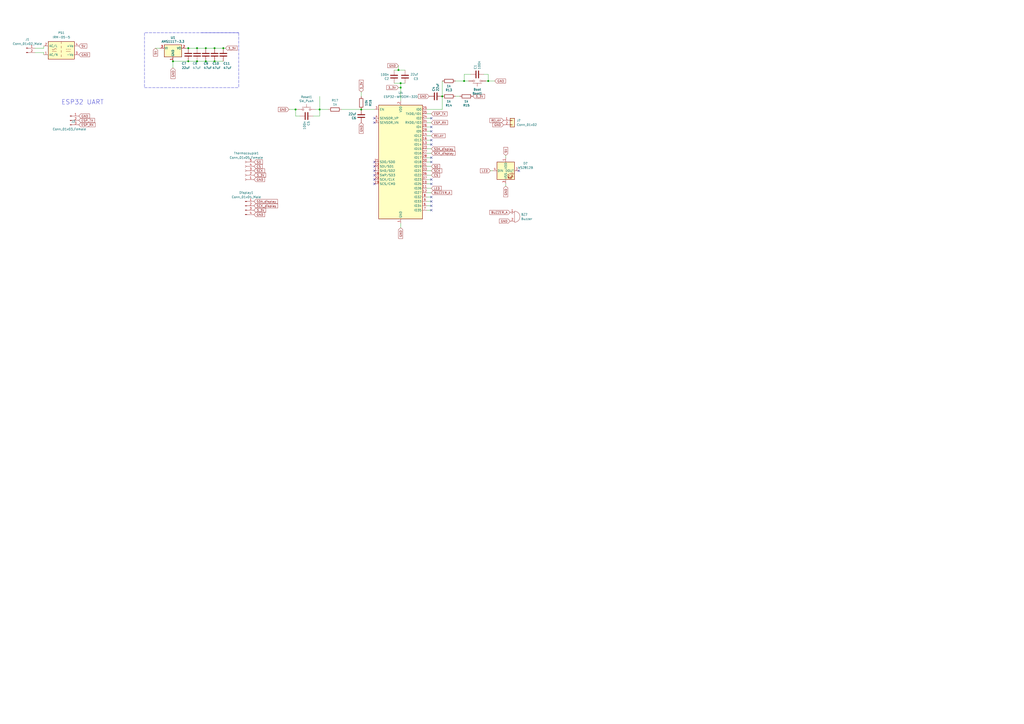
<source format=kicad_sch>
(kicad_sch (version 20211123) (generator eeschema)
  (paper "A2")
  (title_block (title "Plant Controller") (date "2020-12-21") (rev "0.4a") (company "C3MA"))
  (lib_symbols
    (symbol "Connector:Conn_01x02_Male" (pin_names (offset 1.016) hide)
      (property "Reference" "J" (at 0 2.54 0))
      (property "Value" "Conn_01x02_Male" (at 0 -5.08 0))
      (symbol "Conn_01x02_Male_1_1"
        (polyline (pts (xy 1.27 -2.54) (xy 0.8636 -2.54)) (stroke (width 0.1524)))
        (polyline (pts (xy 1.27 0) (xy 0.8636 0)) (stroke (width 0.1524)))
        (rectangle (start 0.8636 -2.413) (end 0 -2.667) (stroke (width 0.1524)) (fill (type outline)))
        (rectangle (start 0.8636 0.127) (end 0 -0.127) (stroke (width 0.1524)) (fill (type outline)))
        (pin passive line (at 5.08 0 180) (length 3.81) (name "Pin_1") (number "1"))
        (pin passive line (at 5.08 -2.54 180) (length 3.81) (name "Pin_2") (number "2"))
      )
    )
    (symbol "Connector:Conn_01x03_Male" (pin_names (offset 1.016) hide)
      (property "Reference" "J" (at 0 5.08 0))
      (property "Value" "Conn_01x03_Male" (at 0 -5.08 0))
      (symbol "Conn_01x03_Male_1_1"
        (polyline (pts (xy 1.27 -2.54) (xy 0.8636 -2.54)) (stroke (width 0.1524)))
        (polyline (pts (xy 1.27 0) (xy 0.8636 0)) (stroke (width 0.1524)))
        (polyline (pts (xy 1.27 2.54) (xy 0.8636 2.54)) (stroke (width 0.1524)))
        (rectangle (start 0.8636 -2.413) (end 0 -2.667) (stroke (width 0.1524)) (fill (type outline)))
        (rectangle (start 0.8636 0.127) (end 0 -0.127) (stroke (width 0.1524)) (fill (type outline)))
        (rectangle (start 0.8636 2.667) (end 0 2.413) (stroke (width 0.1524)) (fill (type outline)))
        (pin passive line (at 5.08 2.54 180) (length 3.81) (name "Pin_1") (number "1"))
        (pin passive line (at 5.08 0 180) (length 3.81) (name "Pin_2") (number "2"))
        (pin passive line (at 5.08 -2.54 180) (length 3.81) (name "Pin_3") (number "3"))
      )
    )
    (symbol "Connector:Conn_01x04_Male" (pin_names (offset 1.016) hide)
      (property "Reference" "J" (at 0 5.08 0))
      (property "Value" "Conn_01x04_Male" (at 0 -7.62 0))
      (symbol "Conn_01x04_Male_1_1"
        (polyline (pts (xy 1.27 -5.08) (xy 0.8636 -5.08)) (stroke (width 0.1524)))
        (polyline (pts (xy 1.27 -2.54) (xy 0.8636 -2.54)) (stroke (width 0.1524)))
        (polyline (pts (xy 1.27 0) (xy 0.8636 0)) (stroke (width 0.1524)))
        (polyline (pts (xy 1.27 2.54) (xy 0.8636 2.54)) (stroke (width 0.1524)))
        (rectangle (start 0.8636 -4.953) (end 0 -5.207) (stroke (width 0.1524)) (fill (type outline)))
        (rectangle (start 0.8636 -2.413) (end 0 -2.667) (stroke (width 0.1524)) (fill (type outline)))
        (rectangle (start 0.8636 0.127) (end 0 -0.127) (stroke (width 0.1524)) (fill (type outline)))
        (rectangle (start 0.8636 2.667) (end 0 2.413) (stroke (width 0.1524)) (fill (type outline)))
        (pin passive line (at 5.08 2.54 180) (length 3.81) (name "Pin_1") (number "1"))
        (pin passive line (at 5.08 0 180) (length 3.81) (name "Pin_2") (number "2"))
        (pin passive line (at 5.08 -2.54 180) (length 3.81) (name "Pin_3") (number "3"))
        (pin passive line (at 5.08 -5.08 180) (length 3.81) (name "Pin_4") (number "4"))
      )
    )
    (symbol "Connector:Conn_01x05_Female" (pin_names (offset 1.016) hide)
      (property "Reference" "J" (at 0 7.62 0))
      (property "Value" "Conn_01x05_Female" (at 0 -7.62 0))
      (symbol "Conn_01x05_Female_1_1"
        (arc (start 0 -4.572) (mid -0.508 -5.08) (end 0 -5.588) (stroke (width 0.1524)))
        (arc (start 0 -2.032) (mid -0.508 -2.54) (end 0 -3.048) (stroke (width 0.1524)))
        (polyline (pts (xy -1.27 -5.08) (xy -0.508 -5.08)) (stroke (width 0.1524)))
        (polyline (pts (xy -1.27 -2.54) (xy -0.508 -2.54)) (stroke (width 0.1524)))
        (polyline (pts (xy -1.27 0) (xy -0.508 0)) (stroke (width 0.1524)))
        (polyline (pts (xy -1.27 2.54) (xy -0.508 2.54)) (stroke (width 0.1524)))
        (polyline (pts (xy -1.27 5.08) (xy -0.508 5.08)) (stroke (width 0.1524)))
        (arc (start 0 0.508) (mid -0.508 0) (end 0 -0.508) (stroke (width 0.1524)))
        (arc (start 0 3.048) (mid -0.508 2.54) (end 0 2.032) (stroke (width 0.1524)))
        (arc (start 0 5.588) (mid -0.508 5.08) (end 0 4.572) (stroke (width 0.1524)))
        (pin passive line (at -5.08 5.08 0) (length 3.81) (name "Pin_1") (number "1"))
        (pin passive line (at -5.08 2.54 0) (length 3.81) (name "Pin_2") (number "2"))
        (pin passive line (at -5.08 0 0) (length 3.81) (name "Pin_3") (number "3"))
        (pin passive line (at -5.08 -2.54 0) (length 3.81) (name "Pin_4") (number "4"))
        (pin passive line (at -5.08 -5.08 0) (length 3.81) (name "Pin_5") (number "5"))
      )
    )
    (symbol "Connector_Generic:Conn_01x02" (pin_names (offset 1.016) hide)
      (property "Reference" "J" (at 0 2.54 0))
      (property "Value" "Conn_01x02" (at 0 -5.08 0))
      (symbol "Conn_01x02_1_1"
        (rectangle (start -1.27 -2.413) (end 0 -2.667) (stroke (width 0.1524)))
        (rectangle (start -1.27 0.127) (end 0 -0.127) (stroke (width 0.1524)))
        (rectangle (start -1.27 1.27) (end 1.27 -3.81) (stroke (width 0.254)) (fill (type background)))
        (pin passive line (at -5.08 0 0) (length 3.81) (name "Pin_1") (number "1"))
        (pin passive line (at -5.08 -2.54 0) (length 3.81) (name "Pin_2") (number "2"))
      )
    )
    (symbol "Converter_ACDC:IRM-05-5"
      (property "Reference" "PS" (at 0 6.35 0))
      (property "Value" "IRM-05-5" (at 0 -6.35 0))
      (symbol "IRM-05-5_0_1"
        (rectangle (start -7.62 5.08) (end 7.62 -5.08) (stroke (width 0.254)) (fill (type background)))
        (arc (start -5.334 0.635) (mid -4.699 0.2495) (end -4.064 0.635))
        (arc (start -2.794 0.635) (mid -3.429 1.0072) (end -4.064 0.635))
        (polyline (pts (xy -5.334 -0.635) (xy -2.794 -0.635)))
        (polyline (pts (xy 0 -2.54) (xy 0 -3.81)))
        (polyline (pts (xy 0 0) (xy 0 -1.27)))
        (polyline (pts (xy 0 2.54) (xy 0 1.27)))
        (polyline (pts (xy 0 5.08) (xy 0 3.81)))
        (polyline (pts (xy 2.794 -0.635) (xy 5.334 -0.635)))
        (polyline (pts (xy 2.794 0.635) (xy 3.302 0.635)))
        (polyline (pts (xy 3.81 0.635) (xy 4.318 0.635)))
        (polyline (pts (xy 4.826 0.635) (xy 5.334 0.635)))
      )
      (symbol "IRM-05-5_1_1"
        (pin power_in line (at -10.16 -2.54 0) (length 2.54) (name "AC/N") (number "1"))
        (pin power_in line (at -10.16 2.54 0) (length 2.54) (name "AC/L") (number "2"))
        (pin power_out line (at 10.16 -2.54 180) (length 2.54) (name "-Vo") (number "3"))
        (pin power_out line (at 10.16 2.54 180) (length 2.54) (name "+Vo") (number "4"))
      )
    )
    (symbol "Device:Buzzer" (pin_names (offset 0.0254) hide)
      (property "Reference" "BZ" (at 3.81 1.27 0))
      (property "Value" "Buzzer" (at 3.81 -1.27 0))
      (symbol "Buzzer_0_1"
        (arc (start 0 -3.175) (mid 3.175 0) (end 0 3.175))
        (polyline (pts (xy -1.651 1.905) (xy -1.143 1.905)))
        (polyline (pts (xy -1.397 2.159) (xy -1.397 1.651)))
        (polyline (pts (xy 0 3.175) (xy 0 -3.175)))
      )
      (symbol "Buzzer_1_1"
        (pin passive line (at -2.54 2.54 0) (length 2.54) (name "-") (number "1"))
        (pin passive line (at -2.54 -2.54 0) (length 2.54) (name "+") (number "2"))
      )
    )
    (symbol "Device:C" (pin_numbers hide) (pin_names (offset 0.254))
      (property "Reference" "C" (at 0.635 2.54 0))
      (property "Value" "C" (at 0.635 -2.54 0))
      (symbol "C_0_1"
        (polyline (pts (xy -2.032 -0.762) (xy 2.032 -0.762)) (stroke (width 0.508)))
        (polyline (pts (xy -2.032 0.762) (xy 2.032 0.762)) (stroke (width 0.508)))
      )
      (symbol "C_1_1"
        (pin passive line (at 0 3.81 270) (length 2.794) (name "~") (number "1"))
        (pin passive line (at 0 -3.81 90) (length 2.794) (name "~") (number "2"))
      )
    )
    (symbol "Device:R" (pin_numbers hide) (pin_names (offset 0))
      (property "Reference" "R" (at 2.032 0 90))
      (property "Value" "R" (at 0 0 90))
      (symbol "R_0_1"
        (rectangle (start -1.016 -2.54) (end 1.016 2.54) (stroke (width 0.254)))
      )
      (symbol "R_1_1"
        (pin passive line (at 0 3.81 270) (length 1.27) (name "~") (number "1"))
        (pin passive line (at 0 -3.81 90) (length 1.27) (name "~") (number "2"))
      )
    )
    (symbol "LED:WS2812B" (pin_names (offset 0.254))
      (property "Reference" "D" (at 5.08 5.715 0))
      (property "Value" "WS2812B" (at 1.27 -5.715 0))
      (symbol "WS2812B_0_0"
        (text "RGB" (at 2.286 -4.191 0) (effects (font (size 0.762 0.762))))
      )
      (symbol "WS2812B_0_1"
        (polyline (pts (xy 1.27 -3.556) (xy 1.778 -3.556)))
        (polyline (pts (xy 1.27 -2.54) (xy 1.778 -2.54)))
        (polyline (pts (xy 4.699 -3.556) (xy 2.667 -3.556)))
        (polyline (pts (xy 2.286 -2.54) (xy 1.27 -3.556) (xy 1.27 -3.048)))
        (polyline (pts (xy 2.286 -1.524) (xy 1.27 -2.54) (xy 1.27 -2.032)))
        (polyline (pts (xy 3.683 -1.016) (xy 3.683 -3.556) (xy 3.683 -4.064)))
        (polyline (pts (xy 4.699 -1.524) (xy 2.667 -1.524) (xy 3.683 -3.556) (xy 4.699 -1.524)))
        (rectangle (start 5.08 5.08) (end -5.08 -5.08) (stroke (width 0.254)) (fill (type background)))
      )
      (symbol "WS2812B_1_1"
        (pin power_in line (at 0 7.62 270) (length 2.54) (name "VDD") (number "1"))
        (pin output line (at 7.62 0 180) (length 2.54) (name "DOUT") (number "2"))
        (pin power_in line (at 0 -7.62 90) (length 2.54) (name "VSS") (number "3"))
        (pin input line (at -7.62 0 0) (length 2.54) (name "DIN") (number "4"))
      )
    )
    (symbol "RF_Module:ESP32-WROOM-32D"
      (property "Reference" "U" (at -12.7 34.29 0))
      (property "Value" "ESP32-WROOM-32D" (at 1.27 34.29 0))
      (symbol "ESP32-WROOM-32D_0_1"
        (rectangle (start -12.7 33.02) (end 12.7 -33.02) (stroke (width 0.254)) (fill (type background)))
      )
      (symbol "ESP32-WROOM-32D_1_1"
        (pin power_in line (at 0 -35.56 90) (length 2.54) (name "GND") (number "1"))
        (pin bidirectional line (at 15.24 -12.7 180) (length 2.54) (name "IO25") (number "10"))
        (pin bidirectional line (at 15.24 -15.24 180) (length 2.54) (name "IO26") (number "11"))
        (pin bidirectional line (at 15.24 -17.78 180) (length 2.54) (name "IO27") (number "12"))
        (pin bidirectional line (at 15.24 10.16 180) (length 2.54) (name "IO14") (number "13"))
        (pin bidirectional line (at 15.24 15.24 180) (length 2.54) (name "IO12") (number "14"))
        (pin passive line (at 0 -35.56 90) (length 2.54) hide (name "GND") (number "15"))
        (pin bidirectional line (at 15.24 12.7 180) (length 2.54) (name "IO13") (number "16"))
        (pin bidirectional line (at -15.24 -5.08 0) (length 2.54) (name "SHD/SD2") (number "17"))
        (pin bidirectional line (at -15.24 -7.62 0) (length 2.54) (name "SWP/SD3") (number "18"))
        (pin bidirectional line (at -15.24 -12.7 0) (length 2.54) (name "SCS/CMD") (number "19"))
        (pin power_in line (at 0 35.56 270) (length 2.54) (name "VDD") (number "2"))
        (pin bidirectional line (at -15.24 -10.16 0) (length 2.54) (name "SCK/CLK") (number "20"))
        (pin bidirectional line (at -15.24 0 0) (length 2.54) (name "SDO/SD0") (number "21"))
        (pin bidirectional line (at -15.24 -2.54 0) (length 2.54) (name "SDI/SD1") (number "22"))
        (pin bidirectional line (at 15.24 7.62 180) (length 2.54) (name "IO15") (number "23"))
        (pin bidirectional line (at 15.24 25.4 180) (length 2.54) (name "IO2") (number "24"))
        (pin bidirectional line (at 15.24 30.48 180) (length 2.54) (name "IO0") (number "25"))
        (pin bidirectional line (at 15.24 20.32 180) (length 2.54) (name "IO4") (number "26"))
        (pin bidirectional line (at 15.24 5.08 180) (length 2.54) (name "IO16") (number "27"))
        (pin bidirectional line (at 15.24 2.54 180) (length 2.54) (name "IO17") (number "28"))
        (pin bidirectional line (at 15.24 17.78 180) (length 2.54) (name "IO5") (number "29"))
        (pin input line (at -15.24 30.48 0) (length 2.54) (name "EN") (number "3"))
        (pin bidirectional line (at 15.24 0 180) (length 2.54) (name "IO18") (number "30"))
        (pin bidirectional line (at 15.24 -2.54 180) (length 2.54) (name "IO19") (number "31"))
        (pin no_connect line (at -12.7 -27.94 0) (length 2.54) hide (name "NC") (number "32"))
        (pin bidirectional line (at 15.24 -5.08 180) (length 2.54) (name "IO21") (number "33"))
        (pin bidirectional line (at 15.24 22.86 180) (length 2.54) (name "RXD0/IO3") (number "34"))
        (pin bidirectional line (at 15.24 27.94 180) (length 2.54) (name "TXD0/IO1") (number "35"))
        (pin bidirectional line (at 15.24 -7.62 180) (length 2.54) (name "IO22") (number "36"))
        (pin bidirectional line (at 15.24 -10.16 180) (length 2.54) (name "IO23") (number "37"))
        (pin passive line (at 0 -35.56 90) (length 2.54) hide (name "GND") (number "38"))
        (pin passive line (at 0 -35.56 90) (length 2.54) hide (name "GND") (number "39"))
        (pin input line (at -15.24 25.4 0) (length 2.54) (name "SENSOR_VP") (number "4"))
        (pin input line (at -15.24 22.86 0) (length 2.54) (name "SENSOR_VN") (number "5"))
        (pin input line (at 15.24 -25.4 180) (length 2.54) (name "IO34") (number "6"))
        (pin input line (at 15.24 -27.94 180) (length 2.54) (name "IO35") (number "7"))
        (pin bidirectional line (at 15.24 -20.32 180) (length 2.54) (name "IO32") (number "8"))
        (pin bidirectional line (at 15.24 -22.86 180) (length 2.54) (name "IO33") (number "9"))
      )
    )
    (symbol "Regulator_Linear:AMS1117-3.3" (pin_names (offset 0.254))
      (property "Reference" "U" (at -3.81 3.175 0))
      (property "Value" "AMS1117-3.3" (at 0 3.175 0))
      (symbol "AMS1117-3.3_0_1"
        (rectangle (start -5.08 -5.08) (end 5.08 1.905) (stroke (width 0.254)) (fill (type background)))
      )
      (symbol "AMS1117-3.3_1_1"
        (pin power_in line (at 0 -7.62 90) (length 2.54) (name "GND") (number "1"))
        (pin power_out line (at 7.62 0 180) (length 2.54) (name "VO") (number "2"))
        (pin power_in line (at -7.62 0 0) (length 2.54) (name "VI") (number "3"))
      )
    )
    (symbol "Switch:SW_Push" (pin_numbers hide) (pin_names (offset 1.016) hide)
      (property "Reference" "SW" (at 1.27 2.54 0))
      (property "Value" "SW_Push" (at 0 -1.524 0))
      (symbol "SW_Push_0_1"
        (circle (center -2.032 0) (radius 0.508))
        (polyline (pts (xy 0 1.27) (xy 0 3.048)))
        (polyline (pts (xy 2.54 1.27) (xy -2.54 1.27)))
        (circle (center 2.032 0) (radius 0.508))
        (pin passive line (at -5.08 0 0) (length 2.54) (name "1") (number "1"))
        (pin passive line (at 5.08 0 180) (length 2.54) (name "2") (number "2"))
      )
    )
  )
  (junction (at 109.22 27.94))
  (junction (at 231.14 40.64))
  (junction (at 100.33 35.56))
  (junction (at 119.38 27.94))
  (junction (at 124.46 27.94))
  (junction (at 114.3 27.94))
  (junction (at 129.54 27.94))
  (junction (at 283.21 46.99))
  (junction (at 114.3 35.56))
  (junction (at 269.24 46.99))
  (junction (at 185.42 63.5))
  (junction (at 119.38 35.56))
  (junction (at 171.45 63.5))
  (junction (at 232.41 50.8))
  (junction (at 209.55 63.5))
  (junction (at 109.22 35.56))
  (junction (at 124.46 35.56))
  (junction (at 232.41 48.26))
  (junction (at 256.54 55.88))
  (no_connect (at 250.19 93.98))
  (no_connect (at 250.19 91.44))
  (no_connect (at 250.19 76.2))
  (no_connect (at 250.19 73.66))
  (no_connect (at 250.19 68.58))
  (no_connect (at 217.17 96.52))
  (no_connect (at 217.17 99.06))
  (no_connect (at 217.17 101.6))
  (no_connect (at 217.17 104.14))
  (no_connect (at 217.17 106.68))
  (no_connect (at 250.19 83.82))
  (no_connect (at 250.19 81.28))
  (no_connect (at 217.17 93.98))
  (no_connect (at 217.17 68.58))
  (no_connect (at 217.17 71.12))
  (no_connect (at 250.19 119.38))
  (no_connect (at 250.19 116.84))
  (no_connect (at 250.19 114.3))
  (no_connect (at 250.19 121.92))
  (no_connect (at 300.99 99.06))
  (no_connect (at 250.19 106.68))
  (no_connect (at 250.19 104.14))
  (wire (pts (xy 273.05 43.18) (xy 269.24 43.18)))
  (wire (pts (xy 114.3 35.56) (xy 119.38 35.56)))
  (wire (pts (xy 256.54 46.99) (xy 256.54 55.88)))
  (wire (pts (xy 209.55 55.88) (xy 209.55 53.34)))
  (wire (pts (xy 284.48 99.06) (xy 285.75 99.06)))
  (wire (pts (xy 119.38 27.94) (xy 124.46 27.94)))
  (wire (pts (xy 109.22 35.56) (xy 114.3 35.56)))
  (wire (pts (xy 287.02 46.99) (xy 283.21 46.99)))
  (wire (pts (xy 181.61 67.31) (xy 185.42 67.31)))
  (wire (pts (xy 247.65 83.82) (xy 250.19 83.82)))
  (wire (pts (xy 231.14 40.64) (xy 234.95 40.64)))
  (wire (pts (xy 228.6 40.64) (xy 231.14 40.64)))
  (wire (pts (xy 247.65 121.92) (xy 250.19 121.92)))
  (wire (pts (xy 124.46 27.94) (xy 129.54 27.94)))
  (wire (pts (xy 247.65 86.36) (xy 250.19 86.36)))
  (wire (pts (xy 228.6 48.26) (xy 232.41 48.26)))
  (wire (pts (xy 247.65 91.44) (xy 250.19 91.44)))
  (wire (pts (xy 100.33 35.56) (xy 100.33 39.37)))
  (wire (pts (xy 247.65 104.14) (xy 250.19 104.14)))
  (wire (pts (xy 247.65 78.74) (xy 250.19 78.74)))
  (wire (pts (xy 20.32 30.48) (xy 25.4 30.48)))
  (wire (pts (xy 293.37 106.68) (xy 293.37 107.95)))
  (wire (pts (xy 90.17 27.94) (xy 92.71 27.94)))
  (wire (pts (xy 232.41 48.26) (xy 232.41 50.8)))
  (wire (pts (xy 109.22 27.94) (xy 114.3 27.94)))
  (wire (pts (xy 264.16 55.88) (xy 266.7 55.88)))
  (wire (pts (xy 247.65 114.3) (xy 250.19 114.3)))
  (wire (pts (xy 271.78 46.99) (xy 269.24 46.99)))
  (wire (pts (xy 247.65 63.5) (xy 256.54 63.5)))
  (wire (pts (xy 107.95 27.94) (xy 109.22 27.94)))
  (wire (pts (xy 283.21 46.99) (xy 281.94 46.99)))
  (wire (pts (xy 124.46 35.56) (xy 129.54 35.56)))
  (wire (pts (xy 231.14 38.1) (xy 231.14 40.64)))
  (wire (pts (xy 171.45 63.5) (xy 172.72 63.5)))
  (wire (pts (xy 247.65 109.22) (xy 250.19 109.22)))
  (wire (pts (xy 232.41 48.26) (xy 234.95 48.26)))
  (wire (pts (xy 247.65 96.52) (xy 250.19 96.52)))
  (wire (pts (xy 114.3 27.94) (xy 119.38 27.94)))
  (wire (pts (xy 269.24 46.99) (xy 264.16 46.99)))
  (wire (pts (xy 109.22 35.56) (xy 100.33 35.56)))
  (wire (pts (xy 247.65 93.98) (xy 250.19 93.98)))
  (wire (pts (xy 232.41 132.08) (xy 232.41 129.54)))
  (wire (pts (xy 25.4 27.94) (xy 25.4 26.67)))
  (polyline (pts (xy 116.84 19.05) (xy 138.43 19.05)))
  (wire (pts (xy 256.54 55.88) (xy 256.54 63.5)))
  (wire (pts (xy 198.12 63.5) (xy 209.55 63.5)))
  (wire (pts (xy 247.65 73.66) (xy 250.19 73.66)))
  (wire (pts (xy 232.41 50.8) (xy 231.14 50.8)))
  (wire (pts (xy 280.67 43.18) (xy 283.21 43.18)))
  (wire (pts (xy 25.4 30.48) (xy 25.4 31.75)))
  (wire (pts (xy 247.65 66.04) (xy 250.19 66.04)))
  (wire (pts (xy 185.42 67.31) (xy 185.42 63.5)))
  (wire (pts (xy 247.65 111.76) (xy 250.19 111.76)))
  (wire (pts (xy 247.65 106.68) (xy 250.19 106.68)))
  (wire (pts (xy 247.65 119.38) (xy 250.19 119.38)))
  (wire (pts (xy 269.24 43.18) (xy 269.24 46.99)))
  (polyline (pts (xy 83.82 19.05) (xy 83.82 50.8)))
  (wire (pts (xy 129.54 27.94) (xy 130.81 27.94)))
  (wire (pts (xy 247.65 71.12) (xy 250.19 71.12)))
  (wire (pts (xy 232.41 50.8) (xy 232.41 58.42)))
  (wire (pts (xy 247.65 99.06) (xy 250.19 99.06)))
  (wire (pts (xy 20.32 27.94) (xy 25.4 27.94)))
  (polyline (pts (xy 83.82 50.8) (xy 138.43 50.8)))
  (wire (pts (xy 247.65 101.6) (xy 250.19 101.6)))
  (wire (pts (xy 247.65 88.9) (xy 250.19 88.9)))
  (wire (pts (xy 247.65 81.28) (xy 250.19 81.28)))
  (polyline (pts (xy 138.43 19.05) (xy 83.82 19.05)))
  (wire (pts (xy 171.45 67.31) (xy 171.45 63.5)))
  (wire (pts (xy 247.65 116.84) (xy 250.19 116.84)))
  (wire (pts (xy 173.99 67.31) (xy 171.45 67.31)))
  (wire (pts (xy 167.64 63.5) (xy 171.45 63.5)))
  (wire (pts (xy 182.88 63.5) (xy 185.42 63.5)))
  (polyline (pts (xy 138.43 19.05) (xy 138.43 50.8)))
  (wire (pts (xy 247.65 68.58) (xy 250.19 68.58)))
  (wire (pts (xy 293.37 90.17) (xy 293.37 91.44)))
  (wire (pts (xy 247.65 76.2) (xy 250.19 76.2)))
  (wire (pts (xy 209.55 63.5) (xy 217.17 63.5)))
  (wire (pts (xy 185.42 63.5) (xy 185.42 55.88)))
  (wire (pts (xy 119.38 35.56) (xy 124.46 35.56)))
  (wire (pts (xy 185.42 63.5) (xy 190.5 63.5)))
  (wire (pts (xy 283.21 43.18) (xy 283.21 46.99)))
  (text "ESP32 UART" (at 35.56 60.96 0) (effects (font (size 2.667 2.667)) (justify left bottom)))
  (global_label "3_3V" (shape input) (at 147.32 121.92 0) (property "Intersheet References" "${INTERSHEET_REFS}" (effects hide)))
  (global_label "GND" (shape input) (at 232.41 132.08 270) (property "Intersheet References" "${INTERSHEET_REFS}" (effects hide)))
  (global_label "ESP_RX" (shape input) (at 250.19 71.12 0) (property "Intersheet References" "${INTERSHEET_REFS}" (effects hide)))
  (global_label "SCK" (shape input) (at 147.32 99.06 0) (property "Intersheet References" "${INTERSHEET_REFS}" (effects hide)))
  (global_label "SCK_display" (shape input) (at 147.32 119.38 0) (property "Intersheet References" "${INTERSHEET_REFS}" (effects hide)))
  (global_label "GND" (shape input) (at 295.91 128.27 180) (property "Intersheet References" "${INTERSHEET_REFS}" (effects hide)))
  (global_label "GND" (shape input) (at 209.55 71.12 270) (property "Intersheet References" "${INTERSHEET_REFS}" (effects hide)))
  (global_label "GND" (shape input) (at 231.14 38.1 180) (property "Intersheet References" "${INTERSHEET_REFS}" (effects hide)))
  (global_label "BUZZER_A" (shape input) (at 295.91 123.19 180) (property "Intersheet References" "${INTERSHEET_REFS}" (effects hide)))
  (global_label "GND" (shape input) (at 287.02 46.99 0) (property "Intersheet References" "${INTERSHEET_REFS}" (effects hide)))
  (global_label "GND" (shape input) (at 167.64 63.5 180) (property "Intersheet References" "${INTERSHEET_REFS}" (effects hide)))
  (global_label "5V" (shape input) (at 90.17 27.94 270) (property "Intersheet References" "${INTERSHEET_REFS}" (effects hide)))
  (global_label "GND" (shape input) (at 147.32 124.46 0) (property "Intersheet References" "${INTERSHEET_REFS}" (effects hide)))
  (global_label "SDA_display" (shape input) (at 147.32 116.84 0) (property "Intersheet References" "${INTERSHEET_REFS}" (effects hide)))
  (global_label "LED" (shape input) (at 250.19 109.22 0) (property "Intersheet References" "${INTERSHEET_REFS}" (effects hide)))
  (global_label "3_3V" (shape input) (at 209.55 53.34 90) (property "Intersheet References" "${INTERSHEET_REFS}" (effects hide)))
  (global_label "GND" (shape input) (at 45.72 67.31 0) (property "Intersheet References" "${INTERSHEET_REFS}" (effects hide)))
  (global_label "3_3V" (shape input) (at 231.14 50.8 180) (property "Intersheet References" "${INTERSHEET_REFS}" (effects hide)))
  (global_label "CS" (shape input) (at 250.19 101.6 0) (property "Intersheet References" "${INTERSHEET_REFS}" (effects hide)))
  (global_label "3_3V" (shape input) (at 274.32 55.88 0) (property "Intersheet References" "${INTERSHEET_REFS}" (effects hide)))
  (global_label "3_3V" (shape input) (at 130.81 27.94 0) (property "Intersheet References" "${INTERSHEET_REFS}" (effects hide)))
  (global_label "ESP_TX" (shape input) (at 45.72 69.85 0) (property "Intersheet References" "${INTERSHEET_REFS}" (effects hide)))
  (global_label "RELAY" (shape input) (at 292.1 69.85 180) (property "Intersheet References" "${INTERSHEET_REFS}" (effects hide)))
  (global_label "SDA_display" (shape input) (at 250.19 86.36 0) (property "Intersheet References" "${INTERSHEET_REFS}" (effects hide)))
  (global_label "5V" (shape input) (at 45.72 26.67 0) (property "Intersheet References" "${INTERSHEET_REFS}" (effects hide)))
  (global_label "SCK" (shape input) (at 250.19 99.06 0) (property "Intersheet References" "${INTERSHEET_REFS}" (effects hide)))
  (global_label "LED" (shape input) (at 284.48 99.06 180) (property "Intersheet References" "${INTERSHEET_REFS}" (effects hide)))
  (global_label "GND" (shape input) (at 293.37 107.95 270) (property "Intersheet References" "${INTERSHEET_REFS}" (effects hide)))
  (global_label "RELAY" (shape input) (at 250.19 78.74 0) (property "Intersheet References" "${INTERSHEET_REFS}" (effects hide)))
  (global_label "3_3V" (shape input) (at 147.32 101.6 0) (property "Intersheet References" "${INTERSHEET_REFS}" (effects hide)))
  (global_label "GND" (shape input) (at 292.1 72.39 180) (property "Intersheet References" "${INTERSHEET_REFS}" (effects hide)))
  (global_label "GND" (shape input) (at 248.92 55.88 180) (property "Intersheet References" "${INTERSHEET_REFS}" (effects hide)))
  (global_label "CS" (shape input) (at 147.32 96.52 0) (property "Intersheet References" "${INTERSHEET_REFS}" (effects hide)))
  (global_label "ESP_TX" (shape input) (at 250.19 66.04 0) (property "Intersheet References" "${INTERSHEET_REFS}" (effects hide)))
  (global_label "SO" (shape input) (at 147.32 93.98 0) (property "Intersheet References" "${INTERSHEET_REFS}" (effects hide)))
  (global_label "GND" (shape input) (at 100.33 39.37 270) (property "Intersheet References" "${INTERSHEET_REFS}" (effects hide)))
  (global_label "ESP_RX" (shape input) (at 45.72 72.39 0) (property "Intersheet References" "${INTERSHEET_REFS}" (effects hide)))
  (global_label "SO" (shape input) (at 250.19 96.52 0) (property "Intersheet References" "${INTERSHEET_REFS}" (effects hide)))
  (global_label "GND" (shape input) (at 45.72 31.75 0) (property "Intersheet References" "${INTERSHEET_REFS}" (effects hide)))
  (global_label "BUZZER_A" (shape input) (at 250.19 111.76 0) (property "Intersheet References" "${INTERSHEET_REFS}" (effects hide)))
  (global_label "GND" (shape input) (at 147.32 104.14 0) (property "Intersheet References" "${INTERSHEET_REFS}" (effects hide)))
  (global_label "5V" (shape input) (at 293.37 90.17 90) (property "Intersheet References" "${INTERSHEET_REFS}" (effects hide)))
  (global_label "SCK_display" (shape input) (at 250.19 88.9 0) (property "Intersheet References" "${INTERSHEET_REFS}" (effects hide)))
  (symbol (lib_id "Device:C") (at 234.95 44.45 180) (unit 1)
    (property "Reference" "C3" (at 242.57 45.72 0) (effects (justify left)))
    (property "Value" "22uf" (at 242.57 43.18 0) (effects (justify left)))
    (property "Footprint" "Capacitor_SMD:C_0805_2012Metric" (effects hide))
    (property "LCSC_PART_NUMBER" "C45783" (effects hide))
  )
  (symbol (lib_id "Device:C") (at 228.6 44.45 0) (unit 1)
    (property "Reference" "C2" (at 225.679 45.6184 0) (effects (justify right)))
    (property "Value" "100n" (at 225.679 43.307 0) (effects (justify right)))
    (property "Footprint" "Capacitor_SMD:C_0805_2012Metric" (effects hide))
    (property "LCSC_PART_NUMBER" "C49678" (effects hide))
  )
  (symbol (lib_id "RF_Module:ESP32-WROOM-32D") (at 232.41 93.98 0) (unit 1)
    (property "Reference" "U4" (at 232.41 53.8226 0))
    (property "Value" "ESP32-WROOM-32D" (at 232.41 56.134 0))
    (property "Footprint" "RF_Module:ESP32-WROOM-32" (effects hide))
    (property "Datasheet" "https://www.espressif.com/sites/default/files/documentation/esp32-wroom-32d_esp32-wroom-32u_datasheet_en.pdf" (effects hide))
    (property "LCSC_PART_NUMBER" "C529578" (effects hide))
  )
  (symbol (lib_id "Switch:SW_Push") (at 177.8 63.5 0) (unit 1)
    (property "Reference" "Reset1" (at 177.8 56.261 0))
    (property "Value" "SW_Push" (at 177.8 58.5724 0))
    (property "Footprint" "Button_Switch_SMD:SW_SPST_CK_RS282G05A3" (effects hide))
    (property "LCSC_PART_NUMBER" "C72443" (effects hide))
  )
  (symbol (lib_id "Device:R") (at 194.31 63.5 270) (unit 1)
    (property "Reference" "R17" (at 194.31 58.2422 90))
    (property "Value" "1k" (at 194.31 60.5536 90))
    (property "Footprint" "Resistor_SMD:R_0805_2012Metric" (effects hide))
    (property "LCSC_PART_NUMBER" "C95781" (effects hide))
  )
  (symbol (lib_id "Device:C") (at 177.8 67.31 90) (unit 1)
    (property "Reference" "C5" (at 178.9684 70.231 0) (effects (justify right)))
    (property "Value" "100n" (at 176.657 70.231 0) (effects (justify right)))
    (property "Footprint" "Capacitor_SMD:C_0805_2012Metric" (effects hide))
    (property "LCSC_PART_NUMBER" "C49678" (effects hide))
  )
  (symbol (lib_id "Device:C") (at 209.55 67.31 180) (unit 1)
    (property "Reference" "C6" (at 206.629 68.4784 0) (effects (justify left)))
    (property "Value" "22uf" (at 206.629 66.167 0) (effects (justify left)))
    (property "Footprint" "Capacitor_SMD:C_0805_2012Metric" (effects hide))
    (property "LCSC_PART_NUMBER" "C45783" (effects hide))
  )
  (symbol (lib_id "Connector:Conn_01x03_Male") (at 40.64 69.85 0) (unit 1)
    (property "Reference" "J2" (at 41.3512 70.4596 0) (effects (justify left)))
    (property "Value" "Conn_01x03_Female" (at 30.48 74.93 0) (effects (justify left)))
    (property "Footprint" "Connector_PinHeader_2.54mm:PinHeader_1x03_P2.54mm_Vertical" (effects hide))
  )
  (symbol (lib_id "Device:R") (at 209.55 59.69 180) (unit 1)
    (property "Reference" "R16" (at 214.8078 59.69 90))
    (property "Value" "10k" (at 212.4964 59.69 90))
    (property "Footprint" "Resistor_SMD:R_0805_2012Metric" (effects hide))
    (property "LCSC_PART_NUMBER" "C212284" (effects hide))
  )
  (symbol (lib_id "Switch:SW_Push") (at 276.86 46.99 180) (unit 1)
    (property "Reference" "Boot1" (at 276.86 54.229 0))
    (property "Value" "Boot" (at 276.86 51.9176 0))
    (property "Footprint" "Button_Switch_SMD:SW_SPST_CK_RS282G05A3" (effects hide))
    (property "LCSC_PART_NUMBER" "C72443" (effects hide))
  )
  (symbol (lib_id "Device:R") (at 260.35 46.99 90) (unit 1)
    (property "Reference" "R13" (at 260.35 52.2478 90))
    (property "Value" "1k" (at 260.35 49.9364 90))
    (property "Footprint" "Resistor_SMD:R_0805_2012Metric" (effects hide))
    (property "LCSC_PART_NUMBER" "C95781" (effects hide))
  )
  (symbol (lib_id "Device:C") (at 276.86 43.18 270) (unit 1)
    (property "Reference" "C1" (at 275.6916 40.259 0) (effects (justify right)))
    (property "Value" "100n" (at 278.003 40.259 0) (effects (justify right)))
    (property "Footprint" "Capacitor_SMD:C_0805_2012Metric" (effects hide))
    (property "LCSC_PART_NUMBER" "C49678" (effects hide))
  )
  (symbol (lib_id "Device:C") (at 252.73 55.88 90) (unit 1)
    (property "Reference" "C4" (at 251.5616 52.959 0) (effects (justify left)))
    (property "Value" "22uf" (at 253.873 52.959 0) (effects (justify left)))
    (property "Footprint" "Capacitor_SMD:C_0805_2012Metric" (effects hide))
    (property "LCSC_PART_NUMBER" "C45783" (effects hide))
  )
  (symbol (lib_id "Device:R") (at 260.35 55.88 90) (unit 1)
    (property "Reference" "R14" (at 260.35 61.1378 90))
    (property "Value" "1k" (at 260.35 58.8264 90))
    (property "Footprint" "Resistor_SMD:R_0805_2012Metric" (effects hide))
    (property "LCSC_PART_NUMBER" "C212284" (effects hide))
  )
  (symbol (lib_id "Device:R") (at 270.51 55.88 90) (unit 1)
    (property "Reference" "R15" (at 270.51 61.1378 90))
    (property "Value" "1k" (at 270.51 58.8264 90))
    (property "Footprint" "Resistor_SMD:R_0805_2012Metric" (effects hide))
    (property "LCSC_PART_NUMBER" "C212284" (effects hide))
  )
  (symbol (lib_id "Device:C") (at 109.22 31.75 0) (unit 1)
    (property "Reference" "C7" (at 105.41 36.83 0) (effects (justify left)))
    (property "Value" "22uF" (at 105.41 39.37 0) (effects (justify left)))
    (property "Footprint" "Capacitor_SMD:C_0603_1608Metric" (effects hide))
    (property "LCSC" "C59461" (effects hide))
  )
  (symbol (lib_id "Device:C") (at 119.38 31.75 0) (unit 1)
    (property "Reference" "C9" (at 118.11 36.83 0) (effects (justify left)))
    (property "Value" "47uF" (at 118.11 39.37 0) (effects (justify left)))
    (property "Footprint" "Capacitor_SMD:C_0805_2012Metric" (effects hide))
    (property "LCSC" "C16780" (effects hide))
  )
  (symbol (lib_id "Device:Buzzer") (at 298.45 125.73 0) (unit 1)
    (property "Reference" "BZ?" (at 302.26 124.4599 0) (effects (justify left)))
    (property "Value" "Buzzer" (at 302.26 126.9999 0) (effects (justify left)))
  )
  (symbol (lib_id "Converter_ACDC:IRM-05-5") (at 35.56 29.21 0) (unit 1)
    (property "Reference" "PS1" (at 35.56 19.05 0))
    (property "Value" "IRM-05-5" (at 35.56 21.59 0))
    (property "Footprint" "Converter_ACDC:Converter_ACDC_MeanWell_IRM-05-xx_THT" (effects hide))
    (property "Datasheet" "https://www.meanwell.com/Upload/PDF/IRM-05/IRM-05-SPEC.PDF" (effects hide))
  )
  (symbol (lib_id "Device:C") (at 124.46 31.75 0) (unit 1)
    (property "Reference" "C10" (at 123.19 36.83 0) (effects (justify left)))
    (property "Value" "47uF" (at 123.19 39.37 0) (effects (justify left)))
    (property "Footprint" "Capacitor_SMD:C_0805_2012Metric" (effects hide))
    (property "LCSC" "C16780" (effects hide))
  )
  (symbol (lib_id "Regulator_Linear:AMS1117-3.3") (at 100.33 27.94 0) (unit 1)
    (property "Reference" "U1" (at 100.33 21.7932 0))
    (property "Value" "AMS1117-3.3" (at 100.33 24.1046 0))
    (property "Footprint" "Package_TO_SOT_SMD:SOT-223-3_TabPin2" (effects hide))
    (property "Datasheet" "http://www.advanced-monolithic.com/pdf/ds1117.pdf" (effects hide))
    (property "LCSC" "C96123" (effects hide))
  )
  (symbol (lib_id "Connector:Conn_01x04_Male") (at 142.24 119.38 0) (unit 1)
    (property "Reference" "Display1" (at 142.875 111.76 0))
    (property "Value" "Conn_01x04_Male" (at 142.875 114.3 0))
    (property "Footprint" "Connector_PinHeader_2.54mm:PinHeader_1x04_P2.54mm_Vertical" (effects hide))
  )
  (symbol (lib_id "Connector:Conn_01x05_Female") (at 142.24 99.06 180) (unit 1)
    (property "Reference" "Thermocouple1" (at 142.875 88.9 0))
    (property "Value" "Conn_01x05_Female" (at 142.875 91.44 0))
    (property "Footprint" "Connector_PinHeader_2.54mm:PinHeader_1x05_P2.54mm_Vertical" (effects hide))
  )
  (symbol (lib_id "Connector:Conn_01x02_Male") (at 15.24 27.94 0) (unit 1)
    (property "Reference" "J1" (at 15.875 22.86 0))
    (property "Value" "Conn_01x02_Male" (at 15.875 25.4 0))
    (property "Footprint" "Connector_Phoenix_MSTB:PhoenixContact_MSTBA_2,5_2-G-5,08_1x02_P5.08mm_Horizontal" (effects hide))
  )
  (symbol (lib_id "Device:C") (at 114.3 31.75 0) (unit 1)
    (property "Reference" "C8" (at 111.76 36.83 0) (effects (justify left)))
    (property "Value" "47uF" (at 111.76 39.37 0) (effects (justify left)))
    (property "Footprint" "Capacitor_SMD:C_0805_2012Metric" (effects hide))
    (property "LCSC" "C16780" (effects hide))
  )
  (symbol (lib_id "Device:C") (at 129.54 31.75 0) (unit 1)
    (property "Reference" "C11" (at 129.54 36.83 0) (effects (justify left)))
    (property "Value" "47uF" (at 129.54 39.37 0) (effects (justify left)))
    (property "Footprint" "Capacitor_SMD:C_0805_2012Metric" (effects hide))
    (property "LCSC" "C16780" (effects hide))
  )
  (symbol (lib_id "Connector_Generic:Conn_01x02") (at 297.18 69.85 0) (unit 1)
    (property "Reference" "J?" (at 299.72 69.8499 0) (effects (justify left)))
    (property "Value" "Conn_01x02" (at 299.72 72.3899 0) (effects (justify left)))
  )
  (symbol (lib_id "LED:WS2812B") (at 293.37 99.06 0) (unit 1)
    (property "Reference" "D?" (at 304.8 94.7293 0))
    (property "Value" "WS2812B" (at 304.8 97.2693 0))
    (property "Footprint" "LED_SMD:LED_WS2812B_PLCC4_5.0x5.0mm_P3.2mm" (effects hide))
    (property "Datasheet" "https://cdn-shop.adafruit.com/datasheets/WS2812B.pdf" (effects hide))
  )
)
</source>
